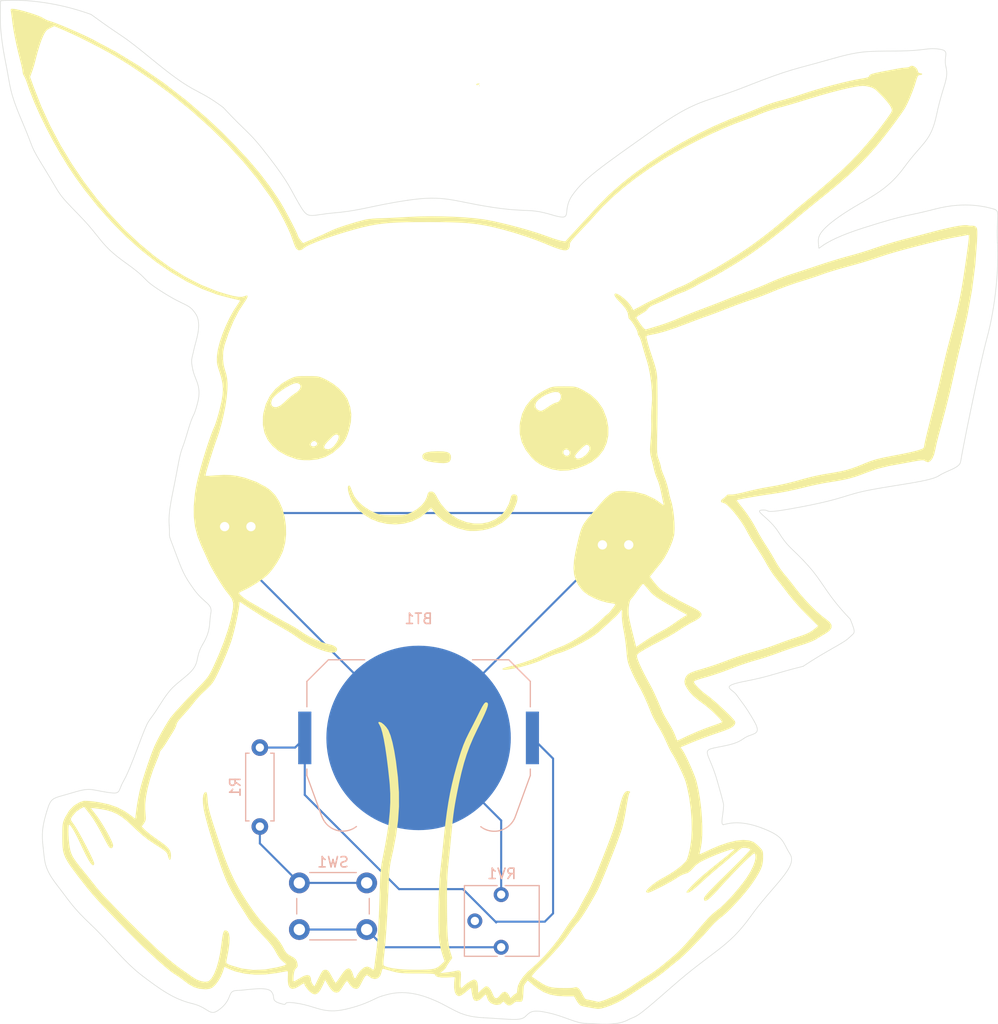
<source format=kicad_pcb>
(kicad_pcb (version 20241229) (generator "pcbnew") (generator_version "9.0")
  (layers (0 "F.Cu" signal) (2 "B.Cu" signal) (13 "F.Paste" user) (15 "B.Paste" user) (5 "F.SilkS" user "F.Silkscreen") (7 "B.SilkS" user "B.Silkscreen") (1 "F.Mask" user) (3 "B.Mask" user) (25 "Edge.Cuts" user))
  (net 0 "")
  (net 1 "Net-(BT1--)")
  (net 2 "Net-(BT1-+)")
  (net 3 "Net-(D1-A)")
  (net 4 "Net-(R1-Pad2)")
  (net 6 "Net-(RV1-Pad1)")
  (footprint "LOGO" (layer "F.Cu") (at 154.48 87.47)
    (property "Reference" "G***" (hide yes))
    (property "Value" "LOGO" (hide yes))
  )
  (footprint "LED_THT:LED_D5.0mm" (layer "F.Cu") (at 128.4 89.25)
    (property "Reference" "D1" (at 1.27 -3.96 0) (layer "F.SilkS"))
    (property "Value" "LED")
    (pad "1" thru_hole rect (at 0 0) (size 1.8 1.8) (drill 0.9) (layers "*.Cu" "*.Mask") (net 1 "Net-(BT1--)"))
    (pad "2" thru_hole circle (at 2.54 0) (size 1.8 1.8) (drill 0.9) (layers "*.Cu" "*.Mask") (net 3 "Net-(D1-A)"))
  )
  (footprint "LED_THT:LED_D5.0mm" (layer "F.Cu") (at 164.86 91.01)
    (property "Reference" "D2" (at 1.27 -3.96 0) (layer "F.SilkS"))
    (property "Value" "LED")
    (pad "1" thru_hole rect (at 0 0) (size 1.8 1.8) (drill 0.9) (layers "*.Cu" "*.Mask") (net 1 "Net-(BT1--)"))
    (pad "2" thru_hole circle (at 2.54 0) (size 1.8 1.8) (drill 0.9) (layers "*.Cu" "*.Mask") (net 3 "Net-(D1-A)"))
  )
  (footprint "Resistor_THT:R_Axial_DIN0207_L6.3mm_D2.5mm_P7.62mm_Horizontal" (layer "B.Cu") (at 131.8 110.57 -90)
    (property "Reference" "R1" (at 3.81 2.37 90) (layer "B.SilkS") (effects (justify mirror)))
    (property "Value" "R")
    (pad "1" thru_hole circle (at 0 0 270) (size 1.6 1.6) (drill 0.8) (layers "*.Cu" "*.Mask") (net 2 "Net-(BT1-+)"))
    (pad "2" thru_hole circle (at 7.62 0 270) (size 1.6 1.6) (drill 0.8) (layers "*.Cu" "*.Mask") (net 4 "Net-(R1-Pad2)"))
  )
  (footprint "Button_Switch_THT:SW_PUSH_6mm" (layer "B.Cu") (at 142.11 123.63 180)
    (property "Reference" "SW1" (at 3.25 2 0) (layer "B.SilkS") (effects (justify mirror)))
    (property "Value" "SW_Push")
    (pad "1" thru_hole circle (at 0 0 90) (size 2 2) (drill 1.1) (layers "*.Cu" "*.Mask") (net 4 "Net-(R1-Pad2)"))
    (pad "1" thru_hole circle (at 6.5 0 90) (size 2 2) (drill 1.1) (layers "*.Cu" "*.Mask") (net 4 "Net-(R1-Pad2)"))
    (pad "2" thru_hole circle (at 0 -4.5 90) (size 2 2) (drill 1.1) (layers "*.Cu" "*.Mask") (net 6 "Net-(RV1-Pad1)"))
    (pad "2" thru_hole circle (at 6.5 -4.5 90) (size 2 2) (drill 1.1) (layers "*.Cu" "*.Mask") (net 6 "Net-(RV1-Pad1)"))
  )
  (footprint "Battery:BatteryHolder_Keystone_3034_1x20mm" (layer "B.Cu") (at 147.12 109.64 180)
    (property "Reference" "BT1" (at 0 11.5 0) (layer "B.SilkS") (effects (justify mirror)))
    (property "Value" "Battery_Cell")
    (pad "1" smd rect (at -10.985 0 180) (size 1.27 5.08) (layers "B.Cu" "B.Mask" "B.Paste") (net 2 "Net-(BT1-+)"))
    (pad "1" smd rect (at 10.985 0 180) (size 1.27 5.08) (layers "B.Cu" "B.Mask" "B.Paste") (net 2 "Net-(BT1-+)"))
    (pad "2" smd circle (at 0 0 180) (size 17.8 17.8) (layers "B.Cu" "B.Mask") (net 1 "Net-(BT1--)"))
  )
  (footprint "Potentiometer_THT:Potentiometer_Vishay_T73YP_Vertical" (layer "B.Cu") (at 155.09 129.84 180)
    (property "Reference" "RV1" (at -0.06 7.09 0) (layer "B.SilkS") (effects (justify mirror)))
    (property "Value" "R_Potentiometer")
    (pad "1" thru_hole circle (at 0 0 180) (size 1.44 1.44) (drill 0.8) (layers "*.Cu" "*.Mask") (net 6 "Net-(RV1-Pad1)"))
    (pad "2" thru_hole circle (at 2.54 2.54 180) (size 1.44 1.44) (drill 0.8) (layers "*.Cu" "*.Mask"))
    (pad "3" thru_hole circle (at 0 5.08 180) (size 1.44 1.44) (drill 0.8) (layers "*.Cu" "*.Mask") (net 1 "Net-(BT1--)"))
  )
  (gr_curve (pts (xy 111.08 54.81) (xy 112.68 57.41) (xy 112.15 56.94) (xy 114.36 59.2)) (stroke (width 0.05)) (layer "Edge.Cuts"))
  (gr_curve (pts (xy 122.08 106.56) (xy 120.85 108.53) (xy 121.25 107.27) (xy 120.01 110.58)) (stroke (width 0.05)) (layer "Edge.Cuts"))
  (gr_curve (pts (xy 163.3 137.19) (xy 164.38 137.22) (xy 166.18 137.44) (xy 167.26 136.88)) (stroke (width 0.05)) (layer "Edge.Cuts"))
  (gr_curve (pts (xy 128.26 48.8) (xy 125.61 46.83) (xy 125.72 47.69) (xy 121.79 44.48)) (stroke (width 0.05)) (layer "Edge.Cuts"))
  (gr_curve (pts (xy 167.26 136.88) (xy 168.34 136.32) (xy 167.71 137.04) (xy 171.6 133.62)) (stroke (width 0.05)) (layer "Edge.Cuts"))
  (gr_curve (pts (xy 197 58.6) (xy 194.01 59.38) (xy 194.61 58.98) (xy 190.04 60.43)) (stroke (width 0.05)) (layer "Edge.Cuts"))
  (gr_curve (pts (xy 123.05 89.12) (xy 123.16 90.56) (xy 122.84 89.59) (xy 123.58 91.56)) (stroke (width 0.05)) (layer "Edge.Cuts"))
  (gr_curve (pts (xy 154.06 58.41) (xy 150.39 57.84) (xy 149.62 57.23) (xy 146.07 57.76)) (stroke (width 0.05)) (layer "Edge.Cuts"))
  (gr_curve (pts (xy 139.04 58.97) (xy 136.43 59.2) (xy 136.51 59.69) (xy 135.6 58.14)) (stroke (width 0.05)) (layer "Edge.Cuts"))
  (gr_curve (pts (xy 186.62 44.22) (xy 183.49 45.12) (xy 183.1 45.04) (xy 178.79 46.75)) (stroke (width 0.05)) (layer "Edge.Cuts"))
  (gr_curve (pts (xy 193.97 54.6) (xy 195.81 52.08) (xy 196.56 52.14) (xy 197.13 49.43)) (stroke (width 0.05)) (layer "Edge.Cuts"))
  (gr_curve (pts (xy 112.21 123.82) (xy 113.47 125.45) (xy 113.74 126) (xy 115.52 127.68)) (stroke (width 0.05)) (layer "Edge.Cuts"))
  (gr_curve (pts (xy 180.24 118.33) (xy 178.03 117.49) (xy 176.86 117.95) (xy 176.54 118.01)) (stroke (width 0.05)) (layer "Edge.Cuts"))
  (gr_curve (pts (xy 113.57 114.97) (xy 111.76 115.52) (xy 111.67 115.3) (xy 111.23 116.75)) (stroke (width 0.05)) (layer "Edge.Cuts"))
  (gr_curve (pts (xy 159.75 136.19) (xy 161.35 136.56) (xy 162.22 137.16) (xy 163.3 137.19)) (stroke (width 0.05)) (layer "Edge.Cuts"))
  (gr_curve (pts (xy 197.31 43.17) (xy 196.1 43.02) (xy 196.15 43.34) (xy 193.21 43.36)) (stroke (width 0.05)) (layer "Edge.Cuts"))
  (gr_curve (pts (xy 159.96 59.16) (xy 157.69 58.48) (xy 157.73 58.98) (xy 154.06 58.41)) (stroke (width 0.05)) (layer "Edge.Cuts"))
  (gr_curve (pts (xy 171.6 133.62) (xy 175.49 130.2) (xy 177 129.89) (xy 179.16 126.87)) (stroke (width 0.05)) (layer "Edge.Cuts"))
  (gr_curve (pts (xy 123.58 91.56) (xy 124.32 93.53) (xy 124.46 93.96) (xy 125.45 95.32)) (stroke (width 0.05)) (layer "Edge.Cuts"))
  (gr_curve (pts (xy 178.48 109.71) (xy 179.3 109.11) (xy 180.33 109.47) (xy 179.51 108.03)) (stroke (width 0.05)) (layer "Edge.Cuts"))
  (gr_curve (pts (xy 126.29 100.6) (xy 125.47 101.96) (xy 126.13 102.41) (xy 124.84 103.54)) (stroke (width 0.05)) (layer "Edge.Cuts"))
  (gr_curve (pts (xy 108.87 50.19) (xy 110.13 53.13) (xy 109.48 52.21) (xy 111.08 54.81)) (stroke (width 0.05)) (layer "Edge.Cuts"))
  (gr_curve (pts (xy 169.53 51.14) (xy 164.95 54.4) (xy 163.09 55.64) (xy 161.96 57.27)) (stroke (width 0.05)) (layer "Edge.Cuts"))
  (gr_curve (pts (xy 111.23 116.75) (xy 110.79 118.2) (xy 110.73 118.94) (xy 110.89 120.25)) (stroke (width 0.05)) (layer "Edge.Cuts"))
  (gr_curve (pts (xy 121.79 44.48) (xy 117.86 41.27) (xy 119.41 42.67) (xy 115.51 39.83)) (stroke (width 0.05)) (layer "Edge.Cuts"))
  (gr_curve (pts (xy 125.45 95.32) (xy 126.44 96.68) (xy 127.25 96.68) (xy 127.07 97.6)) (stroke (width 0.05)) (layer "Edge.Cuts"))
  (gr_curve (pts (xy 175.96 113.84) (xy 175.22 111.24) (xy 174.41 110.89) (xy 175.54 110.63)) (stroke (width 0.05)) (layer "Edge.Cuts"))
  (gr_curve (pts (xy 128.05 135.72) (xy 129.2 134.75) (xy 128.63 134.03) (xy 129.6 134.01)) (stroke (width 0.05)) (layer "Edge.Cuts"))
  (gr_curve (pts (xy 125.42 72.23) (xy 125.26 73.04) (xy 125.1 73.1) (xy 125.34 74.15)) (stroke (width 0.05)) (layer "Edge.Cuts"))
  (gr_curve (pts (xy 106.78 38.51) (xy 106.78 38.51) (xy 106.78 38.51) (xy 106.78 38.51)) (stroke (width 0.05)) (layer "Edge.Cuts"))
  (gr_curve (pts (xy 153.37 136.64) (xy 155.94 136.77) (xy 156.97 136.99) (xy 157.44 136.51)) (stroke (width 0.05)) (layer "Edge.Cuts"))
  (gr_curve (pts (xy 197.13 49.43) (xy 197.7 46.72) (xy 198.31 46.04) (xy 198.02 44.91)) (stroke (width 0.05)) (layer "Edge.Cuts"))
  (gr_curve (pts (xy 157.44 136.51) (xy 157.91 136.03) (xy 158.15 135.82) (xy 159.75 136.19)) (stroke (width 0.05)) (layer "Edge.Cuts"))
  (gr_curve (pts (xy 197.34 84.34) (xy 198.13 83.81) (xy 199.36 83.61) (xy 199.44 82.95)) (stroke (width 0.05)) (layer "Edge.Cuts"))
  (gr_curve (pts (xy 132.93 134.14) (xy 133.35 134.72) (xy 132.8 134.98) (xy 133.8 135.27)) (stroke (width 0.05)) (layer "Edge.Cuts"))
  (gr_curve (pts (xy 118.85 63.8) (xy 121.35 65.58) (xy 120.13 65.18) (xy 122.42 66.63)) (stroke (width 0.05)) (layer "Edge.Cuts"))
  (gr_curve (pts (xy 181.9 89.85) (xy 180.95 88.33) (xy 179.35 87.68) (xy 180.32 87.65)) (stroke (width 0.05)) (layer "Edge.Cuts"))
  (gr_curve (pts (xy 148.06 134.72) (xy 150.43 135.61) (xy 150.8 136.51) (xy 153.37 136.64)) (stroke (width 0.05)) (layer "Edge.Cuts"))
  (gr_curve (pts (xy 188.78 98.18) (xy 186.44 95.74) (xy 186.24 94.72) (xy 184.71 93.01)) (stroke (width 0.05)) (layer "Edge.Cuts"))
  (gr_curve (pts (xy 107.32 44.74) (xy 107.74 46.85) (xy 107.61 47.25) (xy 108.87 50.19)) (stroke (width 0.05)) (layer "Edge.Cuts"))
  (gr_curve (pts (xy 201.99 70.99) (xy 202.81 67.95) (xy 203.12 64.3) (xy 202.99 61.88)) (stroke (width 0.05)) (layer "Edge.Cuts"))
  (gr_curve (pts (xy 125.34 74.15) (xy 125.58 75.2) (xy 126.21 75.71) (xy 125.79 77.32)) (stroke (width 0.05)) (layer "Edge.Cuts"))
  (gr_curve (pts (xy 185.73 62.17) (xy 185.7 61.51) (xy 185.33 60.99) (xy 187.8 59.28)) (stroke (width 0.05)) (layer "Edge.Cuts"))
  (gr_curve (pts (xy 124.84 103.54) (xy 123.55 104.67) (xy 123.31 104.59) (xy 122.08 106.56)) (stroke (width 0.05)) (layer "Edge.Cuts"))
  (gr_curve (pts (xy 176.54 116.41) (xy 176.54 115.99) (xy 176.7 116.44) (xy 175.96 113.84)) (stroke (width 0.05)) (layer "Edge.Cuts"))
  (gr_curve (pts (xy 135.43 135.25) (xy 137.29 135.54) (xy 137.96 136.31) (xy 140.08 135.82)) (stroke (width 0.05)) (layer "Edge.Cuts"))
  (gr_curve (pts (xy 124.81 80.16) (xy 124.21 82.24) (xy 124.27 81.32) (xy 123.82 83.79)) (stroke (width 0.05)) (layer "Edge.Cuts"))
  (gr_curve (pts (xy 140.08 135.82) (xy 142.2 135.33) (xy 142.83 134.77) (xy 143.54 134.56)) (stroke (width 0.05)) (layer "Edge.Cuts"))
  (gr_curve (pts (xy 175.54 110.63) (xy 176.67 110.37) (xy 177.66 110.31) (xy 178.48 109.71)) (stroke (width 0.05)) (layer "Edge.Cuts"))
  (gr_curve (pts (xy 178.79 46.75) (xy 174.48 48.46) (xy 174.11 47.88) (xy 169.53 51.14)) (stroke (width 0.05)) (layer "Edge.Cuts"))
  (gr_curve (pts (xy 193.21 43.36) (xy 190.27 43.38) (xy 189.75 43.32) (xy 186.62 44.22)) (stroke (width 0.05)) (layer "Edge.Cuts"))
  (gr_curve (pts (xy 184.23 102.73) (xy 186.52 101.2) (xy 188.11 100.52) (xy 188.67 99.97)) (stroke (width 0.05)) (layer "Edge.Cuts"))
  (gr_curve (pts (xy 202.99 61.88) (xy 202.86 59.46) (xy 203.3 58.8) (xy 202.67 58.62)) (stroke (width 0.05)) (layer "Edge.Cuts"))
  (gr_curve (pts (xy 135.6 58.14) (xy 134.69 56.59) (xy 134.66 56.17) (xy 132.65 53.56)) (stroke (width 0.05)) (layer "Edge.Cuts"))
  (gr_curve (pts (xy 115.51 39.83) (xy 110.59 38.05) (xy 106.78 38.51) (xy 106.78 38.51)) (stroke (width 0.05)) (layer "Edge.Cuts"))
  (gr_curve (pts (xy 143.54 134.56) (xy 144.25 134.35) (xy 145.69 133.83) (xy 148.06 134.72)) (stroke (width 0.05)) (layer "Edge.Cuts"))
  (gr_curve (pts (xy 110.89 120.25) (xy 111.05 121.56) (xy 110.95 122.19) (xy 112.21 123.82)) (stroke (width 0.05)) (layer "Edge.Cuts"))
  (gr_curve (pts (xy 120.01 110.58) (xy 118.77 113.89) (xy 118.7 113.57) (xy 118.41 114.28)) (stroke (width 0.05)) (layer "Edge.Cuts"))
  (gr_curve (pts (xy 114.36 59.2) (xy 116.57 61.46) (xy 116.35 62.02) (xy 118.85 63.8)) (stroke (width 0.05)) (layer "Edge.Cuts"))
  (gr_curve (pts (xy 115.52 127.68) (xy 117.3 129.36) (xy 118.71 131.27) (xy 120.45 132.59)) (stroke (width 0.05)) (layer "Edge.Cuts"))
  (gr_curve (pts (xy 190.85 85.68) (xy 193.51 85.18) (xy 196.55 84.87) (xy 197.34 84.34)) (stroke (width 0.05)) (layer "Edge.Cuts"))
  (gr_curve (pts (xy 127.07 97.6) (xy 126.89 98.52) (xy 127.11 99.24) (xy 126.29 100.6)) (stroke (width 0.05)) (layer "Edge.Cuts"))
  (gr_curve (pts (xy 184.13 87.33) (xy 188.38 86.52) (xy 188.19 86.18) (xy 190.85 85.68)) (stroke (width 0.05)) (layer "Edge.Cuts"))
  (gr_curve (pts (xy 182.97 120.85) (xy 182.19 119.62) (xy 182.45 119.17) (xy 180.24 118.33)) (stroke (width 0.05)) (layer "Edge.Cuts"))
  (gr_curve (pts (xy 146.07 57.76) (xy 142.52 58.29) (xy 141.65 58.74) (xy 139.04 58.97)) (stroke (width 0.05)) (layer "Edge.Cuts"))
  (gr_curve (pts (xy 199.44 82.95) (xy 199.52 82.29) (xy 201.17 74.03) (xy 201.99 70.99)) (stroke (width 0.05)) (layer "Edge.Cuts"))
  (gr_curve (pts (xy 123.82 83.79) (xy 123.37 86.26) (xy 122.94 87.68) (xy 123.05 89.12)) (stroke (width 0.05)) (layer "Edge.Cuts"))
  (gr_curve (pts (xy 125.79 77.32) (xy 125.37 78.93) (xy 125.41 78.08) (xy 124.81 80.16)) (stroke (width 0.05)) (layer "Edge.Cuts"))
  (gr_curve (pts (xy 177.8 105.48) (xy 177.38 104.88) (xy 176.07 104.67) (xy 178.64 104.17)) (stroke (width 0.05)) (layer "Edge.Cuts"))
  (gr_curve (pts (xy 129.6 134.01) (xy 130.57 133.99) (xy 132.51 133.56) (xy 132.93 134.14)) (stroke (width 0.05)) (layer "Edge.Cuts"))
  (gr_curve (pts (xy 188.67 99.97) (xy 189.23 99.42) (xy 189.36 99.64) (xy 188.78 98.18)) (stroke (width 0.05)) (layer "Edge.Cuts"))
  (gr_curve (pts (xy 122.42 66.63) (xy 124.71 68.08) (xy 124.91 67.69) (xy 125.6 68.71)) (stroke (width 0.05)) (layer "Edge.Cuts"))
  (gr_curve (pts (xy 133.8 135.27) (xy 134.8 135.56) (xy 133.57 134.96) (xy 135.43 135.25)) (stroke (width 0.05)) (layer "Edge.Cuts"))
  (gr_curve (pts (xy 161.96 57.27) (xy 160.83 58.9) (xy 162.23 59.84) (xy 159.96 59.16)) (stroke (width 0.05)) (layer "Edge.Cuts"))
  (gr_curve (pts (xy 179.51 108.03) (xy 178.69 106.59) (xy 178.22 106.08) (xy 177.8 105.48)) (stroke (width 0.05)) (layer "Edge.Cuts"))
  (gr_curve (pts (xy 180.32 87.65) (xy 181.29 87.62) (xy 179.88 88.14) (xy 184.13 87.33)) (stroke (width 0.05)) (layer "Edge.Cuts"))
  (gr_curve (pts (xy 202.67 58.62) (xy 202.04 58.44) (xy 199.99 57.82) (xy 197 58.6)) (stroke (width 0.05)) (layer "Edge.Cuts"))
  (gr_curve (pts (xy 198.02 44.91) (xy 197.73 43.78) (xy 198.52 43.32) (xy 197.31 43.17)) (stroke (width 0.05)) (layer "Edge.Cuts"))
  (gr_curve (pts (xy 125.6 68.71) (xy 126.29 69.73) (xy 125.58 71.42) (xy 125.42 72.23)) (stroke (width 0.05)) (layer "Edge.Cuts"))
  (gr_curve (pts (xy 132.65 53.56) (xy 130.64 50.95) (xy 130.72 51.45) (xy 128.26 48.8)) (stroke (width 0.05)) (layer "Edge.Cuts"))
  (gr_curve (pts (xy 190.04 60.43) (xy 185.47 61.88) (xy 185.76 62.83) (xy 185.73 62.17)) (stroke (width 0.05)) (layer "Edge.Cuts"))
  (gr_curve (pts (xy 120.45 132.59) (xy 122.19 133.91) (xy 123.5 134.85) (xy 125.26 135.27)) (stroke (width 0.05)) (layer "Edge.Cuts"))
  (gr_curve (pts (xy 125.26 135.27) (xy 127.02 135.69) (xy 126.9 136.69) (xy 128.05 135.72)) (stroke (width 0.05)) (layer "Edge.Cuts"))
  (gr_curve (pts (xy 176.54 118.01) (xy 176.22 118.07) (xy 176.54 116.83) (xy 176.54 116.41)) (stroke (width 0.05)) (layer "Edge.Cuts"))
  (gr_curve (pts (xy 178.64 104.17) (xy 181.21 103.67) (xy 181.46 103.41) (xy 184.23 102.73)) (stroke (width 0.05)) (layer "Edge.Cuts"))
  (gr_curve (pts (xy 179.16 126.87) (xy 181.32 123.85) (xy 183.75 122.08) (xy 182.97 120.85)) (stroke (width 0.05)) (layer "Edge.Cuts"))
  (gr_curve (pts (xy 116.78 114.84) (xy 115.36 114.6) (xy 115.38 114.42) (xy 113.57 114.97)) (stroke (width 0.05)) (layer "Edge.Cuts"))
  (gr_curve (pts (xy 184.71 93.01) (xy 183.18 91.3) (xy 182.85 91.37) (xy 181.9 89.85)) (stroke (width 0.05)) (layer "Edge.Cuts"))
  (gr_curve (pts (xy 118.41 114.28) (xy 118.12 114.99) (xy 118.2 115.08) (xy 116.78 114.84)) (stroke (width 0.05)) (layer "Edge.Cuts"))
  (gr_curve (pts (xy 187.8 59.28) (xy 190.27 57.57) (xy 192.13 57.12) (xy 193.97 54.6)) (stroke (width 0.05)) (layer "Edge.Cuts"))
  (gr_curve (pts (xy 106.78 38.51) (xy 106.65 41.08) (xy 106.9 42.63) (xy 107.32 44.74)) (stroke (width 0.05)) (layer "Edge.Cuts"))
  (segment (start 128.4 89.25) (end 128.4 90.92) (width 0.2) (layer "B.Cu") (net 1))
  (segment (start 155.09 124.76) (end 155.09 117.61) (width 0.2) (layer "B.Cu") (net 1))
  (segment (start 164.86 91.9) (end 147.12 109.64) (width 0.2) (layer "B.Cu") (net 1))
  (segment (start 155.09 117.61) (end 147.12 109.64) (width 0.2) (layer "B.Cu") (net 1))
  (segment (start 128.4 90.92) (end 147.12 109.64) (width 0.2) (layer "B.Cu") (net 1))
  (segment (start 164.86 91.01) (end 164.86 91.9) (width 0.2) (layer "B.Cu") (net 1))
  (segment (start 154.61 127.44) (end 151.4 124.23) (width 0.2) (layer "B.Cu") (net 2))
  (segment (start 131.8 110.57) (end 135.205 110.57) (width 0.2) (layer "B.Cu") (net 2))
  (segment (start 135.205 110.57) (end 136.135 109.64) (width 0.2) (layer "B.Cu") (net 2))
  (segment (start 154.68 127.37) (end 154.61 127.44) (width 0.2) (layer "B.Cu") (net 2))
  (segment (start 136.135 115.135) (end 136.135 109.64) (width 0.2) (layer "B.Cu") (net 2))
  (segment (start 160.1 126.57) (end 159.3 127.37) (width 0.2) (layer "B.Cu") (net 2))
  (segment (start 159.3 127.37) (end 154.68 127.37) (width 0.2) (layer "B.Cu") (net 2))
  (segment (start 151.4 124.23) (end 145.23 124.23) (width 0.2) (layer "B.Cu") (net 2))
  (segment (start 145.23 124.23) (end 136.135 115.135) (width 0.2) (layer "B.Cu") (net 2))
  (segment (start 158.105 109.64) (end 160.1 111.635) (width 0.2) (layer "B.Cu") (net 2))
  (segment (start 160.1 111.635) (end 160.1 126.57) (width 0.2) (layer "B.Cu") (net 2))
  (segment (start 166.72 88.04) (end 167.4 88.72) (width 0.2) (layer "B.Cu") (net 3))
  (segment (start 167.4 88.72) (end 167.4 91.01) (width 0.2) (layer "B.Cu") (net 3))
  (segment (start 130.94 89.25) (end 132.25 87.94) (width 0.2) (layer "B.Cu") (net 3))
  (segment (start 132.25 87.94) (end 166.72 87.94) (width 0.2) (layer "B.Cu") (net 3))
  (segment (start 166.72 87.94) (end 166.72 88.04) (width 0.2) (layer "B.Cu") (net 3))
  (segment (start 135.61 123.63) (end 142.11 123.63) (width 0.2) (layer "B.Cu") (net 4))
  (segment (start 135.61 123.63) (end 131.8 119.82) (width 0.2) (layer "B.Cu") (net 4))
  (segment (start 131.8 119.82) (end 131.8 118.19) (width 0.2) (layer "B.Cu") (net 4))
  (segment (start 143.82 129.84) (end 155.09 129.84) (width 0.2) (layer "B.Cu") (net 6))
  (segment (start 142.11 128.13) (end 143.82 129.84) (width 0.2) (layer "B.Cu") (net 6))
  (segment (start 142.11 128.13) (end 135.61 128.13) (width 0.2) (layer "B.Cu") (net 6))
)
</source>
